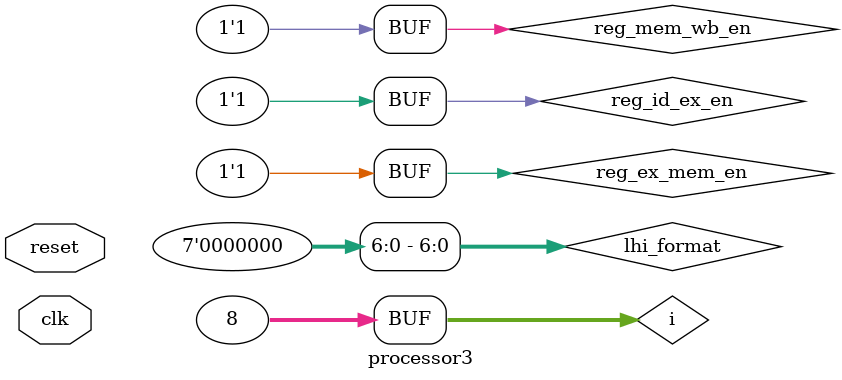
<source format=v>
module processor3 (
	input clk, reset
);

reg [15:0] pc_current = 16'd0;
reg pc_enable = 1'b1;

wire [15:0] IWR, pc_1, alu3_src2_value, alu3_out, sign_extended_6_id, sign_extended_9_id;
wire [15:0] T1, T2, alu1_out, sign_extended_6_ex, sign_extended_9_ex, T3, alu1_src2_4, T4;
wire [15:0] lhi_format;

reg [15:0] reg_addr1, pc_2, alu1_src2_value, pc_3, rfd3;

wire [2:0] temp_addr, alu_control_signal;
reg [2:0] rfa3;

wire t3_sel, branch, jump, load, sig_multiple, sig_all, mem_read, mem_write, reg_write;
wire [1:0] alu1_src, alu1_op, jump_type, reg_src1, reg_write_data_sel, reg_write_addr_sel;

reg carry_flag, zero_flag;

wire carry, zero, modify_reg_write, new_reg_write;


wire stall_condition_sp;
wire r_type_id, sw_id, br_id, sig_mult_or_all_id, adi_instr, store_multiple_id, store_all_id; 

wire [2:0] ra_id, ra_ex, ra_mem, ra_wb, rb_id, rb_ex, rb_mem, rb_wb, rc_ex, rc_mem, rc_wb;

wire r_type_ex, r_type_mem, r_type_wb;

wire condition1_t1_r1, condition1_t1_r2, condition1_t1_r;
wire condition2_t1_r1, condition2_t1_r2, condition2_t1_r;
wire condition3_t1_r1, condition3_t1_r2, condition3_t1_r;

wire condition1_t2_r1, condition1_t2_r2, condition1_t2_r3, condition1_t2_r;
wire condition2_t2_r1, condition2_t2_r2, condition2_t2_r3, condition2_t2_r;
wire condition3_t2_r1, condition3_t2_r2, condition3_t2_r3, condition3_t2_r;

wire [15:0] value_from_ex_to_id_r, value_from_mem_to_id_r, value_from_wb_to_id_r;

wire lw_lhi_ex, lw_lhi_mem, lw_lhi_wb;

wire stall_condition_t1_lw_lhi1, stall_condition_t1_lw_lhi2, stall_condition_t1_lw_lhi;
wire condition1_t1_lw_lhi1, condition1_t1_lw_lhi2, condition1_t1_lw_lhi;
wire condition2_t1_lw_lhi1, condition2_t1_lw_lhi2, condition2_t1_lw_lhi;

wire stall_condition_t2_lw_lhi1, stall_condition_t2_lw_lhi2, stall_condition_t2_lw_lhi3, stall_condition_t2_lw_lhi;
wire condition1_t2_lw_lhi1, condition1_t2_lw_lhi2, condition1_t2_lw_lhi3, condition1_t2_lw_lhi;
wire condition2_t2_lw_lhi1, condition2_t2_lw_lhi2, condition2_t2_lw_lhi3, condition2_t2_lw_lhi;

wire [15:0] value_from_mem_to_id_lw_lhi, value_from_wb_to_id_lw_lhi;

wire jal_jlr_ex, jal_jlr_mem, jal_jlr_wb;
wire condition1_t1_jal_jlr1, condition1_t1_jal_jlr2, condition1_t1_jal_jlr;
wire condition2_t1_jal_jlr1, condition2_t1_jal_jlr2, condition2_t1_jal_jlr;
wire condition3_t1_jal_jlr1, condition3_t1_jal_jlr2, condition3_t1_jal_jlr;
wire condition1_t2_jal_jlr1, condition1_t2_jal_jlr2, condition1_t2_jal_jlr3, condition1_t2_jal_jlr;
wire condition2_t2_jal_jlr1, condition2_t2_jal_jlr2, condition2_t2_jal_jlr3, condition2_t2_jal_jlr;
wire condition3_t2_jal_jlr1, condition3_t2_jal_jlr2, condition3_t2_jal_jlr3, condition3_t2_jal_jlr;
wire [15:0] value_from_ex_to_id_jal_jlr, value_from_mem_to_id_jal_jlr, value_from_wb_to_id_jal_jlr;

wire lm_ex, lm_mem;
wire condition1_t1_lm1, condition1_t1_lm2, condition1_t1_lm;
wire condition2_t1_lm1, condition2_t1_lm2,  condition2_t1_lm3, condition2_t1_lm4, condition2_t1_lm;
wire condition1_t2_lm1, condition1_t2_lm2, condition1_t2_lm3, condition1_t2_lm;
wire condition2_t2_lm1, condition2_t2_lm2, condition2_t2_lm3, condition2_t2_lm4, condition2_t2_lm5, condition2_t2_lm6, condition2_t2_lm;
wire [15:0] value_from_mem_to_id_lm, value_from_wb_to_id_lm;

wire la_ex, la_mem;
wire condition1_t1_la1, condition1_t1_la2, condition1_t1_la;
wire condition2_t1_la1, condition2_t1_la2, condition2_t1_la3, condition2_t1_la4, condition2_t1_la;
wire condition1_t2_la1, condition1_t2_la2, condition1_t2_la3, condition1_t2_la;
wire condition2_t2_la1, condition2_t2_la2, condition2_t2_la3, condition2_t2_la4, condition2_t2_la5, condition2_t2_la6, condition2_t2_la;

wire [15:0] value_from_mem_to_id_la, value_from_wb_to_id_la;

wire adi_ex, adi_mem, adi_wb;
wire condition1_t1_adi1, condition1_t1_adi2, condition1_t1_adi;
wire condition2_t1_adi1, condition2_t1_adi2, condition2_t1_adi;
wire condition3_t1_adi1, condition3_t1_adi2, condition3_t1_adi;
wire condition1_t2_adi1, condition1_t2_adi2, condition1_t2_adi3, condition1_t2_adi;
wire condition2_t2_adi1, condition2_t2_adi2, condition2_t2_adi3, condition2_t2_adi;
wire condition3_t2_adi1, condition3_t2_adi2, condition3_t2_adi3, condition3_t2_adi;
wire [15:0] value_from_ex_to_id_adi, value_from_mem_to_id_adi, value_from_wb_to_id_adi;


/////
wire store_all_ex, store_all_mem;
/////

////////////////////////
reg [2:0] reg_addr2, counter_store_multiple, counter_store_all, k_multiple, k_all;
reg counter_store_multiple_en, counter_store_all_en, k_multiple_en, k_all_en, reg_write_sp;
reg shift_reg_store_en, mem_write_sp, shift_reg_load_en, counter_load_multiple_en, counter_load_all_en;
reg [7:0] shift_reg_store, shift_reg_load;
reg [2:0] counter_load, counter_load_multiple, counter_load_all;
wire [15:0] alu1_src1_value;
wire alu1_extra_control_sig;

//////////////////////

reg flush_condition_ex;
wire flush_condition_id;

reg [15:0] T1_new, T2_new;

reg reg_if_id_en = 1'b1;
reg reg_id_ex_en = 1'b1;
reg reg_ex_mem_en = 1'b1;
reg reg_mem_wb_en = 1'b1;

reg [48:0] IF_ID_reg = 49'b0;
reg [115:0] ID_EX_reg = 116'b0;
reg [79:0] EX_MEM_reg = 80'b0;
reg [77:0] MEM_WB_reg = 78'b0;

reg [33:0] look_up_table_branch [0:7];
reg [2:0] look_up_table_branch_top;

reg [1:0] fsm_table [0:7];

reg flag1, flag2, flag3, match_sig;
//reg [2:0] i;
integer i;
integer i_var;
reg [15:0] bta;

initial
begin
	for(i=0; i<8; i=i+1)
		look_up_table_branch[i] = 0;
	
	look_up_table_branch_top = 0;
	
	fsm_table[0] = 2'b00;
	fsm_table[1] = 2'b01;
	fsm_table[2] = 2'b00;
	fsm_table[3] = 2'b11;
	fsm_table[4] = 2'b00;
	fsm_table[5] = 2'b11;
	fsm_table[6] = 2'b10;
	fsm_table[7] = 2'b11;
	
	pc_current = 0;
	IF_ID_reg = 0;
	ID_EX_reg = 0;
	EX_MEM_reg = 0;
	MEM_WB_reg = 0;
	carry_flag = 0;
	zero_flag = 0;
	
	counter_load_all = 0;
	counter_load_multiple = 0;
	counter_store_all = 0;
	counter_store_multiple = 0;
	k_multiple = 0;
	k_all = 0;
	
	counter_load_all_en = 1'b0;
	counter_load_multiple_en = 1'b0;
	counter_store_all_en = 1'b0;
	counter_store_multiple_en = 1'b0;
	k_multiple_en = 1'b0;
	k_all_en = 1'b0;
end

/////////////////// in instruction fetch (IF) state ////////////////

instruction_memory imem (
								.pc(pc_current),
								.instruction(IWR));

always @(*) begin
	flag3 = 0;
	for (i=0; i<8; i=i+1)
		if(flag3 != 1) begin
			if ((look_up_table_branch[i][33:18] == pc_current) && (look_up_table_branch[i][1] == 1'b1)) begin
				bta <= look_up_table_branch[i][17:2];
				match_sig <= 1'b1;
				flag3 = 1;
			end
			else begin
				bta <= 16'd0;
				match_sig <= 1'b0;
			end
		end
end
			
			
								
alu_adder alu2 (.a(pc_current),
						.b(16'd1),
						.alu_result(pc_1));

/////////////////// end of if ////////////////////////

//always @(posedge clk)
//	begin
//		if (reg_if_id_en)
//			begin
//				IF_ID_reg[47:32] <= pc_current;
//				IF_ID_reg[31:16] <= pc_1;
//				IF_ID_reg[15:0] <= IWR;
//			end
//		//pc_current <= pc_1;
//	end

always @(posedge clk)
	begin
		if (reg_if_id_en)
			begin
				if (flush_condition_id | flush_condition_ex)
					IF_ID_reg <= 0;
				else begin
					IF_ID_reg[48] <= match_sig;
					IF_ID_reg[47:32] <= pc_current;
					IF_ID_reg[31:16] <= pc_1;
					IF_ID_reg[15:0] <= IWR;
				end
			end
		//pc_current <= pc_1;
	end

/////////////////// in instruction decode and register read (ID-OF) state //////////////

control_unit cu (
					.reset( reset ),
					.opcode( IF_ID_reg[15:12] ),
					.alu1_src( alu1_src ),
					.alu1_op( alu1_op ),
					.t3_sel( t3_sel ),
					.load( load ),
					.sig_multiple( sig_multiple ),
					.sig_all( sig_all ),
					.branch( branch ),
					.jump( jump ),
					.jump_type( jump_type ),
					.reg_src1( reg_src1 ),
					.mem_read( mem_read ),
					.mem_write( mem_write ),
					.reg_write( reg_write ),
					.reg_write_data_sel( reg_write_data_sel ),
					.reg_write_addr_sel( reg_write_addr_sel )
					);
				
					
alu_adder alu3 (
					.a( IF_ID_reg[47:32] ),		//pc_current
					.b( alu3_src2_value ),		//alu3_src2
					.alu_result( alu3_out )		//alu3_out
					);

// se6 of IWR(5:0)					
assign sign_extended_6_id = {{10{IF_ID_reg[5]}}, IF_ID_reg[5:0]};

// se9 of IWR(8:0)
assign sign_extended_9_id = {{7{IF_ID_reg[8]}}, IF_ID_reg[8:0]};

// control signal is jump_type ans branch
assign alu3_src2_value = (~branch & jump) ? sign_extended_9_id : sign_extended_6_id;

//register_file reg_file (
//								.clk( clk ),
//								.rst( reset ),
//								.reg_write_en( reg_write_sp ),
//								.reg_read_addr_1( reg_addr1 ),		//rf_a1
//								.reg_read_data_1( T1 ),		//rf_d1
//								.reg_read_addr_2( IF_ID_reg[8:6] ),		//rf_a2 = IWR(8:6)
//								.reg_read_data_2( T2 ),		//rf_d2
//								.reg_write_dest( rfa3 ),		//rf_a3
//								.reg_write_data( rfd3 )			//rf_d3
//								);
register_file reg_file (
								.clk( clk ),
								.rst( reset ),
								.reg_write_en( reg_write_sp ),
								.reg_read_addr_1( reg_addr1 ),		//rf_a1
								.reg_read_data_1( T1 ),		//rf_d1
								.reg_read_addr_2( reg_addr2 ),		//rf_a2 = IWR(8:6)
								.reg_read_data_2( T2 ),		//rf_d2
								.reg_write_dest( rfa3 ),		//rf_a3
								.reg_write_data( rfd3 )			//rf_d3
								);


//always @(posedge clk)
//	if (counter_store_multiple == 7)
//		counter_store_multiple_en <= 1'b0;
//	else if (sig_multiple)
//		counter_store_multiple_en <= 1'b1;
always @(posedge clk)
	if ((counter_store_multiple == 7) | (k_multiple == 7))
		counter_store_multiple_en <= 1'b0;
	else if (sig_multiple & (~load))
		counter_store_multiple_en <= 1'b1;
	

//always @(posedge clk)
//	if (counter_store_multiple_en)
//		counter_store_multiple <= counter_store_multiple + 1;

//always @(posedge clk)
//	if (counter_store_multiple_en | (~load & sig_multiple))
//		counter_store_multiple <= counter_store_multiple + 1;
always @(posedge clk)
	if ((counter_store_multiple_en | (~load & sig_multiple)) & (|(k_multiple ^ 3'b111)))
		counter_store_multiple <= counter_store_multiple + 1;


//always @(posedge clk)
//	if (counter_store_all == 6)
//		counter_store_all_en <= 1'b0;
//	else if (sig_all)
//		counter_store_all_en <= 1'b1;
always @(posedge clk)
	if ((counter_store_all == 6) | (k_all == 6))
		counter_store_all_en <= 1'b0;
	else if (sig_all & (~load))
		counter_store_all_en <= 1'b1;
	

//always @(posedge clk)
//	if (counter_store_all_en) begin
//		counter_store_all <= counter_store_all + 1;
//		if (counter_store_all == 6)
//			counter_store_all <= 0;
//	end
//always @(posedge clk)
//	if (counter_store_all_en | (~load & sig_all)) begin
//		counter_store_all <= counter_store_all + 1;
//		if (counter_store_all == 6)
//			counter_store_all <= 0;
//	end
always @(posedge clk)
	if ((counter_store_all_en | (~load & sig_all)) & (|(k_all ^ 3'b110))) begin
		counter_store_all <= counter_store_all + 1;
		if (counter_store_all == 6)
			counter_store_all <= 0;
	end

always @(*)
	if (~load & sig_multiple)
		reg_addr2 <= counter_store_multiple;
	else if (~load & sig_all)
		reg_addr2 <= counter_store_all;
	else
		reg_addr2 <= IF_ID_reg[8:6];

always @(*)
	case (reg_src1)
		2'b00: reg_addr1 <= IF_ID_reg[11:9];
		2'b01: reg_addr1 <= IF_ID_reg[8:6];
		default: reg_addr1 <= IF_ID_reg[11:9];
	endcase

always @(*)
	if ((branch == 1'b1) || (jump_type == 2'b01))
		pc_2 <= alu3_out;
	else if (jump_type == 2'b10)
		pc_2 <= T1;
	else
		pc_2 <= 16'bz;

////
		
always @(posedge clk)
	if (k_multiple == 7)
		k_multiple_en <= 1'b0;
	else if (sig_multiple)
		k_multiple_en <= 1'b1;
	

always @(posedge clk)
	if (k_multiple_en)
		k_multiple <= k_multiple + 1;

always @(posedge clk)
	if (k_all == 6)
		k_all_en <= 1'b0;
	else if (sig_all)
		k_all_en <= 1'b1;

//always @(posedge clk)
//	if ((k_all == 6) | (counter_load_all == 6))
//		k_all_en <= 1'b0;
//	else if (sig_all)
//		k_all_en <= 1'b1;
//	
		
always @(posedge clk)
	if (k_all_en) begin
		k_all <= k_all + 1;
		if (k_all == 6)
			k_all <= 0;
	end
		
////		

//////// Correction of Violation //////////////////

assign stall_condition_sp = (((sig_multiple == 1'b1) && (k_multiple < 7)) || ((sig_all == 1'b1) && (k_all < 6))) ? 1'b1 : 1'b0;
//assign stall_condition_sp = (((sig_multiple == 1'b1) && (k_multiple < 6)) || ((sig_all == 1'b1) && (k_all < 5))) ? 1'b1 : 1'b0;

//always @(*)
//	if (stall_condition_ra_rl | stall_condition_rb_rl | stall_condition_sp) begin
//		pc_enable <= 1'b0;
//		reg_if_id_en <= 1'b0;
//	end
//	else begin
//		pc_enable <= 1'b1;
//		reg_if_id_en <= 1'b1;
//	end

always @(*)
	if (stall_condition_t1_lw_lhi | stall_condition_t2_lw_lhi | stall_condition_sp) begin
		pc_enable <= 1'b0;
		reg_if_id_en <= 1'b0;
	end
	else begin
		pc_enable <= 1'b1;
		reg_if_id_en <= 1'b1;
	end
	

always @(*)
	if (condition1_t1_lw_lhi)
		T1_new <= value_from_mem_to_id_lw_lhi;
	else if (condition2_t1_lw_lhi)
		T1_new <= value_from_wb_to_id_lw_lhi;
	else if (condition1_t1_lm)
		T1_new <= value_from_mem_to_id_lm;
	else if (condition2_t1_lm)
		T1_new <= value_from_wb_to_id_lm;
	else if (condition1_t1_la)
		T1_new <= value_from_mem_to_id_la;
	else if (condition2_t1_la)
		T1_new <= value_from_wb_to_id_la;
	else if (condition1_t1_r)
		T1_new <= value_from_ex_to_id_r;
	else if (condition2_t1_r)
		T1_new <= value_from_mem_to_id_r;
	else if (condition3_t1_r)
		T1_new <= value_from_wb_to_id_r;
	else if (condition1_t1_adi)
		T1_new <= value_from_ex_to_id_adi;
	else if (condition2_t1_adi)
		T1_new <= value_from_mem_to_id_adi;
	else if (condition3_t1_adi)
		T1_new <= value_from_wb_to_id_adi;
	else if (condition1_t1_jal_jlr)
		T1_new <= value_from_ex_to_id_jal_jlr;
	else if (condition2_t1_jal_jlr)
		T1_new <= value_from_mem_to_id_jal_jlr;
	else if (condition3_t1_jal_jlr)
		T1_new <= value_from_wb_to_id_jal_jlr;
	else
		T1_new <= T1;

always @(*)
	if (condition1_t2_lw_lhi)
		T2_new <= value_from_mem_to_id_lw_lhi;
	else if (condition2_t2_lw_lhi)
		T2_new <= value_from_wb_to_id_lw_lhi;
	else if (condition1_t2_lm)
		T2_new <= value_from_mem_to_id_lm;
	else if (condition2_t2_lm)
		T2_new <= value_from_wb_to_id_lm;
	else if (condition1_t2_la)
		T2_new <= value_from_mem_to_id_la;
	else if (condition2_t2_la)
		T2_new <= value_from_wb_to_id_la;
	else if (condition1_t2_r)
		T2_new <= value_from_ex_to_id_r;
	else if (condition2_t2_r)
		T2_new <= value_from_mem_to_id_r;
	else if (condition3_t2_r)
		T2_new <= value_from_wb_to_id_r;
	else if (condition1_t2_adi)
		T2_new <= value_from_ex_to_id_adi;
	else if (condition2_t2_adi)
		T2_new <= value_from_mem_to_id_adi;
	else if (condition3_t2_adi)
		T2_new <= value_from_wb_to_id_adi;
	else if (condition1_t2_jal_jlr)
		T2_new <= value_from_ex_to_id_jal_jlr;
	else if (condition2_t2_jal_jlr)
		T2_new <= value_from_mem_to_id_jal_jlr;
	else if (condition3_t2_jal_jlr)
		T2_new <= value_from_wb_to_id_jal_jlr;
	else
		T2_new <= T2;


///////////////////////////////////////////////////////////

// flush condition

//assign flush_condition_id = (jump & (jump_type[0] ^ jump_type[1]));

assign flush_condition_id = ((jump & (jump_type[0] ^ jump_type[1])) && (~IF_ID_reg[48])) ? 1'b1 : 1'b0;

//////////////////

/////////////////// end of id-of ///////////////////////////////////
	
//always @(posedge clk)
//	if (reg_id_ex_en)
//		begin
//			ID_EX_reg[98:83] <= T1;	//T1
//			ID_EX_reg[82:67] <= T2;	//T2
//			ID_EX_reg[66:51] <= pc_2;	//pc_2
//			ID_EX_reg[50:35] <= IF_ID_reg[31:16];	//pc_1
//			ID_EX_reg[34:19] <= IF_ID_reg[15:0];	//IWR
//			
//			ID_EX_reg[18:17] <= alu1_src;
//			ID_EX_reg[16:15] <= alu1_op;
//			ID_EX_reg[14] <= t3_sel;
//			ID_EX_reg[13] <= load;
//			ID_EX_reg[12] <= branch;
//			ID_EX_reg[11] <= jump;
//			ID_EX_reg[10:9] <= jump_type;
//													//removing reg_src1;
//			ID_EX_reg[8] <= mem_read;
//			ID_EX_reg[7] <= mem_write;
//			ID_EX_reg[6] <= mem_write_sig;
//			ID_EX_reg[5] <= reg_write;
//			ID_EX_reg[4] <= reg_write_sig;
//			ID_EX_reg[3:2] <= reg_write_data_sel;
//			ID_EX_reg[1:0] <= reg_write_addr_sel;
//		end

//always @(posedge clk)
//	if (reg_id_ex_en)
//		begin
//			ID_EX_reg[100:85] <= T1_new;	//T1
//			ID_EX_reg[84:69] <= T2_new;	//T2
//			ID_EX_reg[68:53] <= pc_2;	//pc_2
//			ID_EX_reg[52:37] <= IF_ID_reg[31:16];	//pc_1
//			
//			if (~(sig_multiple ^ sig_all) & (stall_condition_ra_rl | stall_condition_rb_rl))
//				ID_EX_reg[36:0] <= 37'd0;
//			else
//			begin
//				ID_EX_reg[36:21] <= IF_ID_reg[15:0];	//IWR
//				
//				ID_EX_reg[20:19] <= alu1_src;
//				ID_EX_reg[18:17] <= alu1_op;
//				ID_EX_reg[16] <= t3_sel;
//				ID_EX_reg[15] <= load;
//				ID_EX_reg[14] <= sig_multiple;
//				ID_EX_reg[13] <= sig_all;
//				ID_EX_reg[12] <= branch;
//				ID_EX_reg[11] <= jump;
//				ID_EX_reg[10:9] <= jump_type;
//														//removing reg_src1;
//				ID_EX_reg[8] <= mem_read;
//				ID_EX_reg[7] <= mem_write;
//				ID_EX_reg[6] <= mem_write_sig;
//				ID_EX_reg[5] <= reg_write;
//				ID_EX_reg[4] <= reg_write_sig;
//				ID_EX_reg[3:2] <= reg_write_data_sel;
//				ID_EX_reg[1:0] <= reg_write_addr_sel;
//			end
//		end

always @(posedge clk)
	if (reg_id_ex_en)
		begin
			if (flush_condition_ex)
				ID_EX_reg <= 0;
			else begin
				ID_EX_reg[115] <= IF_ID_reg[48];	//match_sig
				ID_EX_reg[114:99] <= IF_ID_reg[47:32];	//pc_current
				
				ID_EX_reg[98:83] <= T1_new;	//T1
				ID_EX_reg[82:67] <= T2_new;	//T2
				ID_EX_reg[66:51] <= pc_2;	//pc_2
				ID_EX_reg[50:35] <= IF_ID_reg[31:16];	//pc_1
				
//				if (~(sig_multiple ^ sig_all) & (stall_condition_ra_rl | stall_condition_rb_rl))
//					ID_EX_reg[34:0] <= 35'd0;
//				else
				if (~(sig_multiple ^ sig_all) & (stall_condition_t1_lw_lhi | stall_condition_t2_lw_lhi)) begin
					ID_EX_reg[34:0] <= 35'd0;
					
					ID_EX_reg[115:35] <= 0;
				end
				else
				begin
					ID_EX_reg[34:19] <= IF_ID_reg[15:0];	//IWR
					
					ID_EX_reg[18:17] <= alu1_src;
					ID_EX_reg[16:15] <= alu1_op;
					ID_EX_reg[14] <= t3_sel;
					ID_EX_reg[13] <= load;
					ID_EX_reg[12] <= sig_multiple;
					ID_EX_reg[11] <= sig_all;
					ID_EX_reg[10] <= branch;
					ID_EX_reg[9] <= jump;
					ID_EX_reg[8:7] <= jump_type;
															//removing reg_src1;
					ID_EX_reg[6] <= mem_read;
					ID_EX_reg[5] <= mem_write;
					ID_EX_reg[4] <= reg_write;
					ID_EX_reg[3:2] <= reg_write_data_sel;
					ID_EX_reg[1:0] <= reg_write_addr_sel;
				end
			end
		end

/////////////////// in execution state (EX) state ////////////////

alu_control alu_control_dut (
										.aluop( ID_EX_reg[16:15] ),
										.condition_cz( ID_EX_reg[20:19] ),
										.alu_control( alu_control_signal )
										);
										
//alu1 alu1_dut (
//					.a( ID_EX_reg[100:85] ),
//					.b( alu1_src2_value ),
//					.carry_flag( carry_flag ),
//					.zero_flag( zero_flag ),
//					.alu_control( alu_control_signal ),
//					.alu_result( alu1_out ),
//					.zero( zero ),
//					.carry( carry ),
//					.modify_reg_write( modify_reg_write )
//					);
alu1 alu1_dut (
					.a( alu1_src1_value ),
					.b( alu1_src2_value ),
					.carry_flag( carry_flag ),
					.zero_flag( zero_flag ),
					.alu_control( alu_control_signal ),
					.alu_result( alu1_out ),
					.zero( zero ),
					.carry( carry ),
					.modify_reg_write( modify_reg_write )
					);

					
//T3 sel
assign T3 = (ID_EX_reg[14]) ? lhi_format : alu1_out;

assign lhi_format = {ID_EX_reg[27:19], 7'b0};

//SE6 of IWR(5:0)					
assign sign_extended_6_ex = {{10{ID_EX_reg[24]}}, ID_EX_reg[24:19]};

//SE6 of IWR(8:0)
assign sign_extended_9_ex = {{7{ID_EX_reg[27]}}, ID_EX_reg[27:19]};

always @(*)
	case (ID_EX_reg[18:17])	//alu1_src
		2'b00: alu1_src2_value <= ID_EX_reg[82:67];	//T2
		2'b01: alu1_src2_value <= sign_extended_6_ex;	//se IWR(5:0)
		2'b10: alu1_src2_value <= sign_extended_9_ex;	//se IWR(8:0)
		2'b11: alu1_src2_value <= alu1_src2_4;		//temp
	endcase

//
assign alu1_src2_4 = (alu1_extra_control_sig) ? 16'd1 : 16'd0;
assign alu1_src1_value = (alu1_extra_control_sig) ? EX_MEM_reg[63:48] : ID_EX_reg[98:83];// ? T3 : T1

///////////////// alert change this according to pipeline reg/////
assign alu1_extra_control_sig = (((sig_multiple ^ sig_all) == 1'b1) && ((k_multiple_en==1'b1 && k_multiple > 0) || (k_all_en==1'b1 && k_all > 0)));
	
//modify_reg_write
assign new_reg_write = (modify_reg_write) ? 1'b0 : ID_EX_reg[4];	//reg_write

// pc_3
always @(*)
	if (ID_EX_reg[10])	//branch
		if (zero)
			pc_3 <= ID_EX_reg[66:51];	// taken (to pc_2)
		else
			pc_3 <= ID_EX_reg[50:35];	//not taken (go to pc_1)
	else if ((ID_EX_reg[9] == 1'b1) && (ID_EX_reg[8:7] == 2'b00))	//jump, jump_type
		pc_3 <= T3;	//T3
	else
		pc_3 <= ID_EX_reg[50:35];	//pc_1
		
///////////////
// flush condition

//assign flush_condition_ex = ((ID_EX_reg[10] & zero) | (ID_EX_reg[9] & ~(| ID_EX_reg[8:7])));

always @(*)
	if (ID_EX_reg[115])		//match_sig in EX
		if (((ID_EX_reg[10] & zero) | (ID_EX_reg[9] & ~(| ID_EX_reg[8:7]))))
			flush_condition_ex <= 1'b0;
		else
			flush_condition_ex <= 1'b1;
	else
		if (((ID_EX_reg[10] & zero) | (ID_EX_reg[9] & ~(| ID_EX_reg[8:7]))))
			flush_condition_ex <= 1'b1;
		else
			flush_condition_ex <= 1'b0;

///////// pc_updation ///////////////

//always @(posedge clk)
//	if(pc_enable)
//		if(jump & (jump_type[0] ^ jump_type[1]))	// jump and jumptype jal, jlr
//			pc_current <= pc_2;
//		else if(ID_EX_reg[12] | (ID_EX_reg[11] & ~(ID_EX_reg[10] | ID_EX_reg[9])))
//			pc_current <= pc_3;
//		else
//			pc_current <= pc_1;

//always @(posedge clk)
//	if(pc_enable)
//		if(jump & (jump_type[0] ^ jump_type[1]))	// jump and jumptype jal, jlr
//			pc_current <= pc_2;
//		else if((ID_EX_reg[10] & zero) | (ID_EX_reg[9] & ~(ID_EX_reg[8] | ID_EX_reg[7])))
//			pc_current <= pc_3;
//		else
//			pc_current <= pc_1;

//always @(posedge clk)
//	if(pc_enable)
//		if(match_sig)
//			pc_current <= bta;
//		else if(jump & (jump_type[0] ^ jump_type[1]))	// jump and jumptype jal, jlr
//			pc_current <= pc_2;
//		else if((ID_EX_reg[10] & zero) | (ID_EX_reg[9] & ~(ID_EX_reg[8] | ID_EX_reg[7])))
//			pc_current <= pc_3;
//		else
//			pc_current <= pc_1;

always @(posedge clk)
	if(pc_enable)
		if(match_sig)
			pc_current <= bta;
		else if(~IF_ID_reg[48] & (jump & (jump_type[0] ^ jump_type[1])))	// jump and jumptype jal, jlr
			pc_current <= pc_2;
//		else if(ID_EX_reg[115] ^ ((ID_EX_reg[10] & zero) | (ID_EX_reg[9] & ~(ID_EX_reg[8] | ID_EX_reg[7]))))
//			pc_current <= pc_3;
		else if ((ID_EX_reg[10] & (ID_EX_reg[115] ^ zero)) | (~ID_EX_reg[115] & (ID_EX_reg[9] & ~(ID_EX_reg[8] | ID_EX_reg[7]))))		// (branch & (taken ^ match_sig)) | (~match_sig & jump condition)
			pc_current <= pc_3;
		else
			pc_current <= pc_1;
		
		
///////////look_up_table updation //////////////////

always @(posedge clk) begin
	if (jump & (jump_type[0] ^ jump_type[1])) begin		// jump and jumptype jal, jlr
		flag1 = 0;
		for(i=0; i<8; i=i+1)
			if(look_up_table_branch[i][33:18] == IF_ID_reg[47:32])	// match with pc of instr
				flag1 = 1;
		if (flag1 == 0) begin
			look_up_table_branch[look_up_table_branch_top] <= {IF_ID_reg[47:32], pc_2, 2'b11};	//pc, bta, hb
			look_up_table_branch_top <= look_up_table_branch_top + 1;
		end
	end
	else if ((ID_EX_reg[10]) | (ID_EX_reg[9] & ~(ID_EX_reg[8] | ID_EX_reg[7]))) begin
		flag2 = 0;
		for(i=0; i<8; i=i+1)
			if(look_up_table_branch[i][33:18] == ID_EX_reg[114:99]) begin	// match with pc of instr
				flag2 = 1;
				i_var = i;
				$display("time = %0t, i = %d",$time, i);
			end
		if (flag2 == 0) begin
			//look_up_table_branch[look_up_table_branch_top] <= {ID_EX_reg[114:99], ID_EX_reg[66:51], ((ID_EX_reg[10] & zero) | (ID_EX_reg[9] & ~(ID_EX_reg[8] | ID_EX_reg[7]))), ~((ID_EX_reg[10] & zero) | (ID_EX_reg[9] & ~(ID_EX_reg[8] | ID_EX_reg[7])))};	//pc, bta, hb
			look_up_table_branch_top <= look_up_table_branch_top + 1;
			if (ID_EX_reg[10])
				look_up_table_branch[look_up_table_branch_top] <= {ID_EX_reg[114:99], ID_EX_reg[66:51], (ID_EX_reg[10] & zero), ~(ID_EX_reg[10] & zero)};	//pc, bta, hb
			else
				look_up_table_branch[look_up_table_branch_top] <= {ID_EX_reg[114:99], T3, 2'b11};	//pc, bta, hb
		end
		else begin
//			if (ID_EX_reg[10] & zero) begin	//branch and zero i.e. taken
//				if (look_up_table_branch[i][1:0] == )
//			end
//			else begin	// not taken
//				//
//			end
			
			look_up_table_branch[i_var][1:0] <= fsm_table[{look_up_table_branch[i_var][1:0], ((ID_EX_reg[10] & zero) | (ID_EX_reg[9] & ~(ID_EX_reg[8] | ID_EX_reg[7])))}];
		end
	end
end

/////////////////// end of ex ////////////////////////////////////

always @(posedge clk)
	if (reg_ex_mem_en)
		begin
			carry_flag <= carry;
			
			EX_MEM_reg[79:64] <= ID_EX_reg[82:67];	//T2
			EX_MEM_reg[63:48] <= T3;	//T3
			EX_MEM_reg[47:32] <= ID_EX_reg[50:35];	//pc_1
			EX_MEM_reg[31:16] <= ID_EX_reg[34:19];	//IWR
			
			//control signals
															// removing alu1_src;
			EX_MEM_reg[15:14] <= ID_EX_reg[16:15];			// alu1_op;
															//removing t3_sel;
			EX_MEM_reg[13] <= ID_EX_reg[13];		//load;
			EX_MEM_reg[12] <= ID_EX_reg[12];			//sig_multiple
			EX_MEM_reg[11] <= ID_EX_reg[11];			//sig_all
			EX_MEM_reg[10] <= ID_EX_reg[10];				// branch;
			EX_MEM_reg[9] <= ID_EX_reg[9];				// jump;
			EX_MEM_reg[8:7] <= ID_EX_reg[8:7];				// jump_type;
													//removing reg_src1;
			EX_MEM_reg[6] <= ID_EX_reg[6];		//mem_read;
			EX_MEM_reg[5] <= ID_EX_reg[5];		//mem_write;
			EX_MEM_reg[4] <= new_reg_write;		//reg_write;
			EX_MEM_reg[3:2] <= ID_EX_reg[3:2];	//reg_write_data_sel;
			EX_MEM_reg[1:0] <= ID_EX_reg[1:0];	//reg_write_addr_sel;
		end

//always @(posedge clk)
//	if (reg_ex_mem_en)
//		begin
//			if (flush_condition_ex)
//				EX_MEM_reg <= 0;
//			else begin
//				carry_flag <= carry;
//				
//				EX_MEM_reg[75:60] <= ID_EX_reg[84:69];	//T2
//				EX_MEM_reg[59:44] <= T3;	//T3
//				EX_MEM_reg[43:28] <= ID_EX_reg[52:37];	//pc_1
//				EX_MEM_reg[27:12] <= ID_EX_reg[36:21];	//IWR
//				
//				//control signals
//																// removing alu1_src;
//																// removing alu1_op;
//																//removing t3_sel;
//				EX_MEM_reg[11] <= ID_EX_reg[15];		//load;
//				EX_MEM_reg[10] <= ID_EX_reg[14];			//sig_multiple
//				EX_MEM_reg[9] <= ID_EX_reg[13];			//sig_all
//															//removing branch;
//															//removing jump;
//															// removing jump_type;
//														//removing reg_src1;
//				EX_MEM_reg[8] <= ID_EX_reg[8];		//mem_read;
//				EX_MEM_reg[7] <= ID_EX_reg[7];		//mem_write;
//				EX_MEM_reg[6] <= ID_EX_reg[6];		//mem_write_sig;
//				EX_MEM_reg[5] <= new_reg_write;		//reg_write;
//				EX_MEM_reg[4] <= ID_EX_reg[4];		//reg_write_sig;
//				EX_MEM_reg[3:2] <= ID_EX_reg[3:2];	//reg_write_data_sel;
//				EX_MEM_reg[1:0] <= ID_EX_reg[1:0];	//reg_write_addr_sel;
//			end
//		end
	
always @(posedge clk)
	if (ID_EX_reg[12])	//sig_multiple
		shift_reg_store_en <= 1'b1;
	else
		shift_reg_store_en <= 1'b0;

always @(posedge clk)
	if (shift_reg_store_en)
		shift_reg_store <= shift_reg_store << 1;
	else if (ID_EX_reg[12])		//sig_multiple
		shift_reg_store <= ID_EX_reg[26:19];		//IWR(7:0)

/////////////////// in Memory Access (MEM) state /////////////////

//always @(*)
//	if (EX_MEM_reg[10] & (~EX_MEM_reg[11]))		//sig_multiple and not load
//		mem_write_sp <= shift_reg_store[7];
//	else if (EX_MEM_reg[9] & (~EX_MEM_reg[11]))		//sig_all and not load
//		mem_write_sp <= 1'b1;
//	else
//		mem_write_sp <= EX_MEM_reg[7];

//always @(*)
//	if (EX_MEM_reg[10] & (~EX_MEM_reg[11]))		//sig_multiple and not load
//		mem_write_sp <= shift_reg_store[7];
//	else if ((EX_MEM_reg[9] & (~EX_MEM_reg[11])) & (ID_EX_reg[13] & (~ID_EX_reg[15])))		//sig_all and not load from ID/EX
//		mem_write_sp <= 1'b1;
//	else
//		mem_write_sp <= EX_MEM_reg[7];

always @(*)
	if (EX_MEM_reg[12] & (~EX_MEM_reg[13]))		//sig_multiple and not load
		mem_write_sp <= shift_reg_store[7];
	else if (store_all_ex & store_all_mem)		//sig_all and not load from ID/EX
		mem_write_sp <= 1'b1;
	else
		mem_write_sp <= EX_MEM_reg[5];	//mem_write

data_memory data_memory_dut (
										.clk(clk),
										.mem_access_addr( EX_MEM_reg[63:48] ),	//T3
										.mem_write_data( EX_MEM_reg[79:64] ),			//T2
										.mem_write_en( mem_write_sp ),
										.mem_read( EX_MEM_reg[6] ),
										.mem_read_data( T4 )			//T4
										);

/// updation of zero_flag

always @(posedge clk)
	if (EX_MEM_reg[13])		//load
		zero_flag <= (T4 == 16'd0) ? 1'b1 : 1'b0;
	else
		zero_flag <= zero;
										
/////////////////// end of mem /////////////////////////////////

always @(posedge clk)
	if (reg_mem_wb_en)
		begin
			MEM_WB_reg[77:62] <= EX_MEM_reg[63:48];		//T3
			MEM_WB_reg[61:46] <= T4;		//T4
			MEM_WB_reg[45:30] <= EX_MEM_reg[47:32];		//pc_1
			MEM_WB_reg[29:14] <= EX_MEM_reg[31:16];		//IWR
		
			//control signals
															// removing alu1_src;
			MEM_WB_reg[13:12] <= EX_MEM_reg[15:14];			// alu1_op;
															//removing t3_sel;
			MEM_WB_reg[11] <= EX_MEM_reg[13];		//load;
			MEM_WB_reg[10] <= EX_MEM_reg[12];			// sig_multiple
			MEM_WB_reg[9] <= EX_MEM_reg[11];			// sig_all
			MEM_WB_reg[8] <= EX_MEM_reg[10];				// branch;
			MEM_WB_reg[7] <= EX_MEM_reg[9];				// jump;
			MEM_WB_reg[6:5] <= EX_MEM_reg[8:7];				// jump_type;
													//removing reg_src1;
													// removing mem_read;
													// removing mem_write;
			MEM_WB_reg[4] <= EX_MEM_reg[4];		//reg_write;
			MEM_WB_reg[3:2] <= EX_MEM_reg[3:2];		//reg_write_data_sel;
			MEM_WB_reg[1:0] <= EX_MEM_reg[1:0];		//reg_write_addr_sel;
		end

always @(posedge clk)
	if (EX_MEM_reg[12])	//sig_multiple
		shift_reg_load_en <= 1'b1;
		//shift_reg_load <= EX_MEM_reg[17:10];	//IWR(7:0)
	else
		shift_reg_load_en <= 1'b0;

always @(posedge clk)
	if (shift_reg_load_en)
		shift_reg_load <= shift_reg_load << 1;
	else if (EX_MEM_reg[12])	//sig_multiple
		shift_reg_load <= EX_MEM_reg[23:16];	//IWR(7:0)
		
always @(posedge clk)
	if (counter_load_multiple == 7)
		counter_load_multiple_en <= 1'b0;
	else if (EX_MEM_reg[13] & (EX_MEM_reg[12]))	//load and sig_multiple
		counter_load_multiple_en <= 1'b1;


always @(posedge clk)
	if (counter_load_multiple_en)
		counter_load_multiple <= counter_load_multiple + 1;

always @(posedge clk)
	if (counter_load_all == 6)
		counter_load_all_en <= 1'b0;
	else if (EX_MEM_reg[13] & EX_MEM_reg[11])	//load and sig_all
		counter_load_all_en <= 1'b1;
	

always @(posedge clk)
	if (counter_load_all_en) begin
		counter_load_all <= counter_load_all + 1;
		if (counter_load_all == 6)
			counter_load_all <= 0;
	end

/////////////////// in writeback (WB) state ///////////////////////

//always @(*)
//	if (MEM_WB_reg[7] & MEM_WB_reg[8])		//sig_multiple
//		reg_write_sp <= shift_reg_load[7];
//	else if (MEM_WB_reg[6] & MEM_WB_reg[8])		//sig_all
//		reg_write_sp <= 1'b1;
//	else
//		reg_write_sp <= MEM_WB_reg[5];

always @(*)
	if (MEM_WB_reg[11] & MEM_WB_reg[10])		//load and sig_multiple
		reg_write_sp <= shift_reg_load[7];
	else if ((MEM_WB_reg[11] & MEM_WB_reg[9]) & (EX_MEM_reg[13] & EX_MEM_reg[11]))		//load and sig_all
		reg_write_sp <= 1'b1;
	else
		reg_write_sp <= MEM_WB_reg[4];	//reg_write

always @(*)
	if (MEM_WB_reg[11] & MEM_WB_reg[10])	//load and sig_multiple
		counter_load <= counter_load_multiple;
	else if (MEM_WB_reg[11] & MEM_WB_reg[9])			//load and sig_all
		counter_load <= counter_load_all;
	else
		counter_load <= 0;

always @(*)
	case (MEM_WB_reg[3:2])	//reg_write_data_sel
		2'b00: rfd3 <= MEM_WB_reg[77:62];	//T3
		2'b01: rfd3 <= MEM_WB_reg[61:46];	//T4
		2'b10: rfd3 <= MEM_WB_reg[45:30];	//pc_1
		2'b11: rfd3 <= MEM_WB_reg[61:46];	//tmp = T4
	endcase
	
always @(*)
	case (MEM_WB_reg[1:0])	//reg_write_addr_sel
		2'b00: rfa3 <= MEM_WB_reg[22:20];	//IWR(8:6)
		2'b01: rfa3 <= MEM_WB_reg[25:23];	//IWR(11:9)
		2'b10: rfa3 <= MEM_WB_reg[19:17];	//IWR(5:3)
		2'b11: rfa3 <= counter_load;	//tmp
	endcase

/////////////////// end of wb ////////////////////////////////////

////////////////// Detection ////////////////////////////////

//assign r_type_id = ~alu1_op[1];
assign r_type_id = (~alu1_op[1]) & reg_write;	//alu1_op msb and reg_write
assign sw_id = mem_write;
assign br_id = branch;
assign sig_mult_or_all_id = sig_multiple ^ sig_all;
assign adi_instr = (reg_write & (~load) & (~jump));
//assign load_sig_id = load;
assign store_multiple_id = (~load) & sig_multiple;
assign store_all_id = (~load) & sig_all;

assign store_all_ex = (~ID_EX_reg[13]) & ID_EX_reg[11];
assign store_all_mem = (~EX_MEM_reg[13]) & EX_MEM_reg[11];
//assign store_all_wb = (~MEM_WB_reg[11]) & MEM_WB_reg[9];

assign ra_id = IF_ID_reg[11:9]; //IWR(11:9)
assign ra_ex = ID_EX_reg[30:28];	//IWR(11:9)
assign ra_mem = EX_MEM_reg[27:25];	//IWR(11:9)
assign ra_wb = MEM_WB_reg[25:23];	//IWR(11:9)
assign rb_id = IF_ID_reg[8:6];	//IWR(8:6)
assign rb_ex = ID_EX_reg[27:25];	//IWR(8:6)
assign rb_mem = EX_MEM_reg[24:22];		//IWR(8:6)
assign rb_wb = MEM_WB_reg[22:20];		//IWR(8:6)
assign rc_ex = ID_EX_reg[24:22];	//IWR(5:3)
assign rc_mem = EX_MEM_reg[21:19];	//IWR(5:3)
assign rc_wb = MEM_WB_reg[19:17];	//IWR(5:3)

//////////// first instr is Rtype //////////////////////

//assign r_type_ex = ~ID_EX_reg[16];
//assign r_type_mem = ~EX_MEM_reg[15];
//assign r_type_wb = ~MEM_WB_reg[13];

assign r_type_ex = (~ID_EX_reg[16]) & ID_EX_reg[4];	//(not of msb of alu1_op) & reg_write;
assign r_type_mem = (~EX_MEM_reg[15]) & EX_MEM_reg[4];
assign r_type_wb = (~MEM_WB_reg[13]) & MEM_WB_reg[4];

//t1
assign condition1_t1_r1 = ((ra_id === rc_ex) && (r_type_ex === 1'b1) && ((r_type_id | sw_id | br_id | (jump & ~(| jump_type)) | sig_mult_or_all_id | adi_instr) === 1'b1)) ? 1'b1 : 1'b0;
assign condition1_t1_r2 = ((rb_id === rc_ex) && (r_type_ex === 1'b1) && (((load & (~t3_sel)) | (jump & jump_type[1] & (~jump_type[0]))) === 1'b1)) ? 1'b1 : 1'b0;
assign condition1_t1_r = (condition1_t1_r1 | condition1_t1_r2);

assign condition2_t1_r1 = ((ra_id === rc_mem) && (r_type_mem === 1'b1) && ((r_type_id | sw_id | br_id | (jump & ~(| jump_type)) | sig_mult_or_all_id | adi_instr) === 1'b1)) ? 1'b1 : 1'b0;
assign condition2_t1_r2 = ((rb_id === rc_mem) && (r_type_mem === 1'b1) && (((load & (~t3_sel)) | (jump & jump_type[1] & (~jump_type[0]))) === 1'b1)) ? 1'b1 : 1'b0;
assign condition2_t1_r = (condition2_t1_r1 | condition2_t1_r2);

assign condition3_t1_r1 = ((ra_id === rc_wb) && (r_type_wb === 1'b1) && ((r_type_id | sw_id | br_id | (jump & ~(| jump_type)) | sig_mult_or_all_id | adi_instr) === 1'b1)) ? 1'b1 : 1'b0;
assign condition3_t1_r2 = ((rb_id === rc_wb) && (r_type_wb === 1'b1) && (((load & (~t3_sel)) | (jump & jump_type[1] & (~jump_type[0]))) === 1'b1)) ? 1'b1 : 1'b0;
assign condition3_t1_r = (condition3_t1_r1 | condition3_t1_r2);

//t2
assign condition1_t2_r1 = ((rb_id === rc_ex) && (r_type_ex === 1'b1) && ((r_type_id | sw_id | br_id) === 1'b1)) ? 1'b1 : 1'b0;
assign condition1_t2_r2 = ((counter_store_multiple === rc_ex) && (r_type_ex === 1'b1) && (store_multiple_id === 1'b1)) ? 1'b1 : 1'b0;
assign condition1_t2_r3 = ((counter_store_all === rc_ex) && (r_type_ex === 1'b1) && (store_all_id === 1'b1)) ? 1'b1 : 1'b0;
assign condition1_t2_r = (condition1_t2_r1 | condition1_t2_r2 | condition1_t2_r3);

assign condition2_t2_r1 = ((rb_id === rc_mem) && (r_type_mem === 1'b1) && ((r_type_id | sw_id | br_id) === 1'b1)) ? 1'b1 : 1'b0;
assign condition2_t2_r2 = ((counter_store_multiple === rc_mem) && (r_type_mem === 1'b1) && (store_multiple_id === 1'b1)) ? 1'b1 : 1'b0;
assign condition2_t2_r3 = ((counter_store_all === rc_mem) && (r_type_mem === 1'b1) && (store_all_id === 1'b1)) ? 1'b1 : 1'b0;
assign condition2_t2_r = (condition2_t2_r1 | condition2_t2_r2 | condition2_t2_r3);

assign condition3_t2_r1 = ((rb_id === rc_wb) && (r_type_wb === 1'b1) && ((r_type_id | sw_id | br_id) === 1'b1)) ? 1'b1 : 1'b0;
assign condition3_t2_r2 = ((counter_store_multiple === rc_wb) && (r_type_wb === 1'b1) && (store_multiple_id === 1'b1)) ? 1'b1 : 1'b0;
assign condition3_t2_r3 = ((counter_store_all === rc_wb) && (r_type_wb === 1'b1) && (store_all_id === 1'b1)) ? 1'b1 : 1'b0;
assign condition3_t2_r = (condition3_t2_r1 | condition3_t2_r2 | condition3_t2_r3);

assign value_from_ex_to_id_r = T3;
assign value_from_mem_to_id_r = EX_MEM_reg[63:48]; //it's also T3 in mem
assign value_from_wb_to_id_r = MEM_WB_reg[77:62]; //it's also T3 in wb

//////////// first instr is lw/lhi //////////////////////

assign lw_lhi_ex = ID_EX_reg[13] & ~(ID_EX_reg[12] ^ ID_EX_reg[11]);
assign lw_lhi_mem = EX_MEM_reg[13] & ~(EX_MEM_reg[12] ^ EX_MEM_reg[11]);
assign lw_lhi_wb = MEM_WB_reg[11] & ~(MEM_WB_reg[10] ^ MEM_WB_reg[9]);

//t1
assign stall_condition_t1_lw_lhi1 = ((ra_id === ra_ex) && (lw_lhi_ex === 1'b1) && ((r_type_id | sw_id | br_id | (jump & ~(| jump_type)) | sig_mult_or_all_id | adi_instr) === 1'b1)) ? 1'b1 : 1'b0;
assign stall_condition_t1_lw_lhi2 = ((rb_id === ra_ex) && (lw_lhi_ex === 1'b1) && (((load & (~t3_sel)) | (jump & jump_type[1] & (~jump_type[0]))) === 1'b1)) ? 1'b1 : 1'b0;
assign stall_condition_t1_lw_lhi = (stall_condition_t1_lw_lhi1 | stall_condition_t1_lw_lhi2);

assign condition1_t1_lw_lhi1 = ((ra_id === ra_mem) && (lw_lhi_mem === 1'b1) && ((r_type_id | sw_id | br_id | (jump & ~(| jump_type)) | sig_mult_or_all_id | adi_instr) === 1'b1)) ? 1'b1 : 1'b0;
assign condition1_t1_lw_lhi2 = ((rb_id === ra_mem) && (lw_lhi_mem === 1'b1) && (((load & (~t3_sel)) | (jump & jump_type[1] & (~jump_type[0]))) === 1'b1)) ? 1'b1 : 1'b0;
assign condition1_t1_lw_lhi = (condition1_t1_lw_lhi1 | condition1_t1_lw_lhi2);

assign condition2_t1_lw_lhi1 = ((ra_id === ra_wb) && (lw_lhi_wb === 1'b1) && ((r_type_id | sw_id | br_id | (jump & ~(| jump_type)) | sig_mult_or_all_id | adi_instr) === 1'b1)) ? 1'b1 : 1'b0;
assign condition2_t1_lw_lhi2 = ((rb_id === ra_wb) && (lw_lhi_wb === 1'b1) && (((load & (~t3_sel)) | (jump & jump_type[1] & (~jump_type[0]))) === 1'b1)) ? 1'b1 : 1'b0;
assign condition2_t1_lw_lhi = (condition2_t1_lw_lhi1 | condition2_t1_lw_lhi2);

//t2
assign stall_condition_t2_lw_lhi1 = ((rb_id === ra_ex) && (lw_lhi_ex === 1'b1) && ((r_type_id | sw_id | br_id) === 1'b1)) ? 1'b1 : 1'b0;
assign stall_condition_t2_lw_lhi2 = ((counter_store_multiple === ra_ex) && (lw_lhi_ex === 1'b1) && (store_multiple_id === 1'b1)) ? 1'b1 : 1'b0;
assign stall_condition_t2_lw_lhi3 = ((counter_store_all === ra_ex) && (lw_lhi_ex === 1'b1) && (store_all_id === 1'b1)) ? 1'b1 : 1'b0;
assign stall_condition_t2_lw_lhi = (stall_condition_t2_lw_lhi1 | stall_condition_t2_lw_lhi2 | stall_condition_t2_lw_lhi3);

assign condition1_t2_lw_lhi1 = ((rb_id === ra_mem) && (lw_lhi_mem === 1'b1) && ((r_type_id | sw_id | br_id) === 1'b1)) ? 1'b1 : 1'b0;
assign condition1_t2_lw_lhi2 = ((counter_store_multiple === ra_mem) && (lw_lhi_mem === 1'b1) && (store_multiple_id === 1'b1)) ? 1'b1 : 1'b0;
assign condition1_t2_lw_lhi3 = ((counter_store_all === ra_mem) && (lw_lhi_mem === 1'b1) && (store_all_id === 1'b1)) ? 1'b1 : 1'b0;
assign condition1_t2_lw_lhi = (condition1_t2_lw_lhi1 | condition1_t2_lw_lhi2 | condition1_t2_lw_lhi3);

assign condition2_t2_lw_lhi1 = ((rb_id === ra_wb) && (lw_lhi_wb === 1'b1) && ((r_type_id | sw_id | br_id) === 1'b1)) ? 1'b1 : 1'b0;
assign condition2_t2_lw_lhi2 = ((counter_store_multiple === ra_wb) && (lw_lhi_wb === 1'b1) && (store_multiple_id === 1'b1)) ? 1'b1 : 1'b0;
assign condition2_t2_lw_lhi3 = ((counter_store_all === ra_wb) && (lw_lhi_wb === 1'b1) && (store_all_id === 1'b1)) ? 1'b1 : 1'b0;
assign condition2_t2_lw_lhi = (condition2_t2_lw_lhi1 | condition2_t2_lw_lhi2 | condition2_t2_lw_lhi3);

assign value_from_mem_to_id_lw_lhi = T4;  //T4
assign value_from_wb_to_id_lw_lhi = MEM_WB_reg[61:46];	//it's also T4 in wb

//////////// first instr is jal/jlr/////////////////////////

assign jal_jlr_ex = (^ ID_EX_reg[8:7]);
assign jal_jlr_mem = (^ EX_MEM_reg[8:7]);
assign jal_jlr_wb = (^ MEM_WB_reg[6:5]);

//t1
assign condition1_t1_jal_jlr1 = ((ra_id === ra_ex) && (jal_jlr_ex === 1'b1) && ((r_type_id | sw_id | br_id | (jump & ~(| jump_type)) | sig_mult_or_all_id | adi_instr) === 1'b1)) ? 1'b1 : 1'b0;
assign condition1_t1_jal_jlr2 = ((rb_id === ra_ex) && (jal_jlr_ex === 1'b1) && (((load & (~t3_sel)) | (jump & jump_type[1] & (~jump_type[0]))) === 1'b1)) ? 1'b1 : 1'b0;
assign condition1_t1_jal_jlr = (condition1_t1_jal_jlr1 | condition1_t1_jal_jlr2);

assign condition2_t1_jal_jlr1 = ((ra_id === ra_mem) && (jal_jlr_mem === 1'b1) && ((r_type_id | sw_id | br_id | (jump & ~(| jump_type)) | sig_mult_or_all_id | adi_instr) === 1'b1)) ? 1'b1 : 1'b0;
assign condition2_t1_jal_jlr2 = ((rb_id === ra_mem) && (jal_jlr_mem === 1'b1) && (((load & (~t3_sel)) | (jump & jump_type[1] & (~jump_type[0]))) === 1'b1)) ? 1'b1 : 1'b0;
assign condition2_t1_jal_jlr = (condition2_t1_jal_jlr1 | condition2_t1_jal_jlr2);

assign condition3_t1_jal_jlr1 = ((ra_id === ra_wb) && (jal_jlr_wb === 1'b1) && ((r_type_id | sw_id | br_id | (jump & ~(| jump_type)) | sig_mult_or_all_id | adi_instr) === 1'b1)) ? 1'b1 : 1'b0;
assign condition3_t1_jal_jlr2 = ((rb_id === ra_wb) && (jal_jlr_wb === 1'b1) && (((load & (~t3_sel)) | (jump & jump_type[1] & (~jump_type[0]))) === 1'b1)) ? 1'b1 : 1'b0;
assign condition3_t1_jal_jlr = (condition3_t1_jal_jlr1 | condition3_t1_jal_jlr2);

//t2
assign condition1_t2_jal_jlr1 = ((rb_id === ra_ex) && (jal_jlr_ex === 1'b1) && ((r_type_id | sw_id | br_id) === 1'b1)) ? 1'b1 : 1'b0;
assign condition1_t2_jal_jlr2 = ((counter_store_multiple === ra_ex) && (jal_jlr_ex === 1'b1) && (store_multiple_id === 1'b1)) ? 1'b1 : 1'b0;
assign condition1_t2_jal_jlr3 = ((counter_store_all === ra_ex) && (jal_jlr_ex === 1'b1) && (store_all_id === 1'b1)) ? 1'b1 : 1'b0;
assign condition1_t2_jal_jlr = (condition1_t2_jal_jlr1 | condition1_t2_jal_jlr2 | condition1_t2_jal_jlr3);

assign condition2_t2_jal_jlr1 = ((rb_id === ra_mem) && (jal_jlr_mem === 1'b1) && ((r_type_id | sw_id | br_id) === 1'b1)) ? 1'b1 : 1'b0;
assign condition2_t2_jal_jlr2 = ((counter_store_multiple === ra_mem) && (jal_jlr_mem === 1'b1) && (store_multiple_id === 1'b1)) ? 1'b1 : 1'b0;
assign condition2_t2_jal_jlr3 = ((counter_store_all === ra_mem) && (jal_jlr_mem === 1'b1) && (store_all_id === 1'b1)) ? 1'b1 : 1'b0;
assign condition2_t2_jal_jlr = (condition2_t2_jal_jlr1 | condition2_t2_jal_jlr2 | condition2_t2_jal_jlr3);

assign condition3_t2_jal_jlr1 = ((rb_id === ra_wb) && (jal_jlr_wb === 1'b1) && ((r_type_id | sw_id | br_id) === 1'b1)) ? 1'b1 : 1'b0;
assign condition3_t2_jal_jlr2 = ((counter_store_multiple === ra_wb) && (jal_jlr_wb === 1'b1) && (store_multiple_id === 1'b1)) ? 1'b1 : 1'b0;
assign condition3_t2_jal_jlr3 = ((counter_store_all === ra_wb) && (jal_jlr_wb === 1'b1) && (store_all_id === 1'b1)) ? 1'b1 : 1'b0;
assign condition3_t2_jal_jlr = (condition3_t2_jal_jlr1 | condition3_t2_jal_jlr2 | condition3_t2_jal_jlr3);

assign value_from_ex_to_id_jal_jlr = ID_EX_reg[50:35];	//pc_1 in ex
assign value_from_mem_to_id_jal_jlr = EX_MEM_reg[47:32]; //pc_1 in mem
assign value_from_wb_to_id_jal_jlr = MEM_WB_reg[45:30]; //pc_1 in wb

////////////////////first instr is lm///////////////////////

assign lm_ex = ID_EX_reg[13] & ID_EX_reg[12];
assign lm_mem = EX_MEM_reg[13] & EX_MEM_reg[12];
//assign lm_wb = MEM_WB_reg[11] & MEM_WB_reg[10];

////t1
//assign condition1_t1_lm1 = ((ra_id === 3'b111) && (lm_ex === 1'b1) && ((r_type_id | sw_id | br_id | (jump & ~(| jump_type)) | sig_mult_or_all_id | adi_instr) === 1'b1)) ? 1'b1 : 1'b0;
//assign condition1_t1_lm2 = ((rb_id === 3'b111) && (lm_ex === 1'b1) && (((load & (~t3_sel)) | (jump & jump_type[1] & (~jump_type[0]))) === 1'b1)) ? 1'b1 : 1'b0;
//assign condition1_t1_lm = (condition1_t1_lm1 | condition1_t1_lm2);
//
//assign condition2_t1_lm1 = ((ra_id === 3'b110) && (lm_mem === 1'b1) && ((r_type_id | sw_id | br_id | (jump & ~(| jump_type)) | sig_mult_or_all_id | adi_instr) === 1'b1)) ? 1'b1 : 1'b0;
//assign condition2_t1_lm2 = ((rb_id === 3'b110) && (lm_mem === 1'b1) && (((load & (~t3_sel)) | (jump & jump_type[1] & (~jump_type[0]))) === 1'b1)) ? 1'b1 : 1'b0;
//assign condition2_t1_lm3 = 
//assign condition2_t1_lm = (condition2_t1_lm1 | condition2_t1_lm2);
//
////t2
//assign condition1_t2_lm1 = ((rb_id === 3'b111) && (lm_ex === 1'b1) && ((r_type_id | sw_id | br_id) === 1'b1)) ? 1'b1 : 1'b0;
//assign condition1_t2_lm2 = ((counter_store_multiple === 3'b111) && (lm_ex === 1'b1) && (store_multiple_id === 1'b1)) ? 1'b1 : 1'b0;
//assign condition1_t2_lm3 = ((counter_store_all === 3'b111) && (lm_ex === 1'b1) && (store_all_id === 1'b1)) ? 1'b1 : 1'b0;
//assign condition1_t2_lm = (condition1_t2_lm1 | condition1_t2_lm2 | condition1_t2_lm3);
//
//assign condition2_t2_lm1 = ((rb_id === 3'b110) && (lm_mem === 1'b1) && ((r_type_id | sw_id | br_id) === 1'b1)) ? 1'b1 : 1'b0;
//assign condition2_t2_lm2 = ((counter_store_multiple === 3'b110) && (lm_mem === 1'b1) && (store_multiple_id === 1'b1)) ? 1'b1 : 1'b0;
//assign condition2_t2_lm3 = ((counter_store_all === 3'b110) && (lm_mem === 1'b1) && (store_all_id === 1'b1)) ? 1'b1 : 1'b0;
//assign condition2_t2_lm = (condition2_t2_lm1 | condition2_t2_lm2 | condition2_t2_lm3);
//
//assign value_from_mem_to_id_lm = T4;	
//assign value_from_wb_to_id_lm = MEM_WB_reg[61:46];	//it's also T4 in wb

//t1
assign condition1_t1_lm1 = ((ra_id === 3'b111) && (lm_ex === 1'b1) && ((r_type_id | sw_id | br_id | (jump & ~(| jump_type)) | sig_mult_or_all_id | adi_instr) === 1'b1)) ? 1'b1 : 1'b0;
assign condition1_t1_lm2 = ((rb_id === 3'b111) && (lm_ex === 1'b1) && (((load & (~t3_sel)) | (jump & jump_type[1] & (~jump_type[0]))) === 1'b1)) ? 1'b1 : 1'b0;
assign condition1_t1_lm = (condition1_t1_lm1 | condition1_t1_lm2);

assign condition2_t1_lm1 = ((ra_id === 3'b110) && (lm_ex === 1'b1) && ((r_type_id | sw_id | br_id | (jump & ~(| jump_type)) | sig_mult_or_all_id | adi_instr) === 1'b1)) ? 1'b1 : 1'b0;
assign condition2_t1_lm2 = ((rb_id === 3'b110) && (lm_ex === 1'b1) && (((load & (~t3_sel)) | (jump & jump_type[1] & (~jump_type[0]))) === 1'b1)) ? 1'b1 : 1'b0;
assign condition2_t1_lm3 = ((ra_id === 3'b111) && (lm_mem === 1'b1) && ((r_type_id | sw_id | br_id | (jump & ~(| jump_type)) | sig_mult_or_all_id | adi_instr) === 1'b1)) ? 1'b1 : 1'b0;
assign condition2_t1_lm4 = ((rb_id === 3'b111) && (lm_mem === 1'b1) && (((load & (~t3_sel)) | (jump & jump_type[1] & (~jump_type[0]))) === 1'b1)) ? 1'b1 : 1'b0;

assign condition2_t1_lm = (condition2_t1_lm1 | condition2_t1_lm2 | condition2_t1_lm3 | condition2_t1_lm4);

//t2
assign condition1_t2_lm1 = ((rb_id === 3'b111) && (lm_ex === 1'b1) && ((r_type_id | sw_id | br_id) === 1'b1)) ? 1'b1 : 1'b0;
assign condition1_t2_lm2 = ((counter_store_multiple === 3'b111) && (lm_ex === 1'b1) && (store_multiple_id === 1'b1)) ? 1'b1 : 1'b0;
assign condition1_t2_lm3 = ((counter_store_all === 3'b111) && (lm_ex === 1'b1) && (store_all_id === 1'b1)) ? 1'b1 : 1'b0;

assign condition1_t2_lm = (condition1_t2_lm1 | condition1_t2_lm2 | condition1_t2_lm3);

assign condition2_t2_lm1 = ((rb_id === 3'b110) && (lm_ex === 1'b1) && ((r_type_id | sw_id | br_id) === 1'b1)) ? 1'b1 : 1'b0;
assign condition2_t2_lm2 = ((counter_store_multiple === 3'b110) && (lm_ex === 1'b1) && (store_multiple_id === 1'b1)) ? 1'b1 : 1'b0;
assign condition2_t2_lm3 = ((counter_store_all === 3'b110) && (lm_ex === 1'b1) && (store_all_id === 1'b1)) ? 1'b1 : 1'b0;
assign condition2_t2_lm4 = ((rb_id === 3'b111) && (lm_mem === 1'b1) && ((r_type_id | sw_id | br_id) === 1'b1)) ? 1'b1 : 1'b0;
assign condition2_t2_lm5 = ((counter_store_multiple === 3'b111) && (lm_mem === 1'b1) && (store_multiple_id === 1'b1)) ? 1'b1 : 1'b0;
assign condition2_t2_lm6 = ((counter_store_all === 3'b111) && (lm_mem === 1'b1) && (store_all_id === 1'b1)) ? 1'b1 : 1'b0;

assign condition2_t2_lm = (condition2_t2_lm1 | condition2_t2_lm2 | condition2_t2_lm3 | condition2_t2_lm4 | condition2_t2_lm5 | condition2_t2_lm6);

assign value_from_mem_to_id_lm = T4;	
assign value_from_wb_to_id_lm = MEM_WB_reg[61:46];	//it's also T4 in wb

////////////////////first instr is la///////////////////////

assign la_ex = ID_EX_reg[13] & ID_EX_reg[11];
assign la_mem = EX_MEM_reg[13] & EX_MEM_reg[11];

//t1
assign condition1_t1_la1 = ((ra_id === 3'b110) && (la_ex === 1'b1) && ((r_type_id | sw_id | br_id | (jump & ~(| jump_type)) | sig_mult_or_all_id | adi_instr) === 1'b1)) ? 1'b1 : 1'b0;
assign condition1_t1_la2 = ((rb_id === 3'b110) && (la_ex === 1'b1) && (((load & (~t3_sel)) | (jump & jump_type[1] & (~jump_type[0]))) === 1'b1)) ? 1'b1 : 1'b0;
assign condition1_t1_la = (condition1_t1_la1 | condition1_t1_la2);

assign condition2_t1_la1 = ((ra_id === 3'b101) && (la_ex === 1'b1) && ((r_type_id | sw_id | br_id | (jump & ~(| jump_type)) | sig_mult_or_all_id | adi_instr) === 1'b1)) ? 1'b1 : 1'b0;
assign condition2_t1_la2 = ((rb_id === 3'b101) && (la_ex === 1'b1) && (((load & (~t3_sel)) | (jump & jump_type[1] & (~jump_type[0]))) === 1'b1)) ? 1'b1 : 1'b0;
assign condition2_t1_la3 = ((ra_id === 3'b110) && (la_mem === 1'b1) && ((r_type_id | sw_id | br_id | (jump & ~(| jump_type)) | sig_mult_or_all_id | adi_instr) === 1'b1)) ? 1'b1 : 1'b0;
assign condition2_t1_la4 = ((rb_id === 3'b110) && (la_mem === 1'b1) && (((load & (~t3_sel)) | (jump & jump_type[1] & (~jump_type[0]))) === 1'b1)) ? 1'b1 : 1'b0;

assign condition2_t1_la = (condition2_t1_la1 | condition2_t1_la2 | condition2_t1_la3 | condition2_t1_la4);

//t2
assign condition1_t2_la1 = ((rb_id === 3'b110) && (la_ex === 1'b1) && ((r_type_id | sw_id | br_id) === 1'b1)) ? 1'b1 : 1'b0;
assign condition1_t2_la2 = ((counter_store_multiple === 3'b110) && (la_ex === 1'b1) && (store_multiple_id === 1'b1)) ? 1'b1 : 1'b0;
assign condition1_t2_la3 = ((counter_store_all === 3'b110) && (la_ex === 1'b1) && (store_all_id === 1'b1)) ? 1'b1 : 1'b0;

assign condition1_t2_la = (condition1_t2_la1 | condition1_t2_la2 | condition1_t2_la3);

assign condition2_t2_la1 = ((rb_id === 3'b101) && (la_ex === 1'b1) && ((r_type_id | sw_id | br_id) === 1'b1)) ? 1'b1 : 1'b0;
assign condition2_t2_la2 = ((counter_store_multiple === 3'b101) && (la_ex === 1'b1) && (store_multiple_id === 1'b1)) ? 1'b1 : 1'b0;
assign condition2_t2_la3 = ((counter_store_all === 3'b101) && (la_ex === 1'b1) && (store_all_id === 1'b1)) ? 1'b1 : 1'b0;
assign condition2_t2_la4 = ((rb_id === 3'b110) && (la_mem === 1'b1) && ((r_type_id | sw_id | br_id) === 1'b1)) ? 1'b1 : 1'b0;
assign condition2_t2_la5 = ((counter_store_multiple === 3'b110) && (la_mem === 1'b1) && (store_multiple_id === 1'b1)) ? 1'b1 : 1'b0;
assign condition2_t2_la6 = ((counter_store_all === 3'b110) && (la_mem === 1'b1) && (store_all_id === 1'b1)) ? 1'b1 : 1'b0;

assign condition2_t2_la = (condition2_t2_la1 | condition2_t2_la2 | condition2_t2_la3 | condition2_t2_la4 | condition2_t2_la5 | condition2_t2_la6);

assign value_from_mem_to_id_la = T4;	
assign value_from_wb_to_id_la = MEM_WB_reg[61:46];	//it's also T4 in wb

//////////// first instr is ADI //////////////////////

assign adi_ex = ID_EX_reg[4] & (~ID_EX_reg[13]) & (~ID_EX_reg[9]);	//reg_write & (not load) & (not jump)
assign adi_mem = EX_MEM_reg[4] & (~EX_MEM_reg[13]) & (~EX_MEM_reg[9]);
assign adi_wb = MEM_WB_reg[4] & (~MEM_WB_reg[11]) & (~MEM_WB_reg[7]);

//t1
assign condition1_t1_adi1 = ((ra_id === rb_ex) && (adi_ex === 1'b1) && ((r_type_id | sw_id | br_id | (jump & ~(| jump_type)) | sig_mult_or_all_id | adi_instr) === 1'b1)) ? 1'b1 : 1'b0;
assign condition1_t1_adi2 = ((rb_id === rb_ex) && (adi_ex === 1'b1) && (((load & (~t3_sel)) | (jump & jump_type[1] & (~jump_type[0]))) === 1'b1)) ? 1'b1 : 1'b0;
assign condition1_t1_adi = (condition1_t1_adi1 | condition1_t1_adi2);

assign condition2_t1_adi1 = ((ra_id === rb_mem) && (adi_mem === 1'b1) && ((r_type_id | sw_id | br_id | (jump & ~(| jump_type)) | sig_mult_or_all_id | adi_instr) === 1'b1)) ? 1'b1 : 1'b0;
assign condition2_t1_adi2 = ((rb_id === rb_mem) && (adi_mem === 1'b1) && (((load & (~t3_sel)) | (jump & jump_type[1] & (~jump_type[0]))) === 1'b1)) ? 1'b1 : 1'b0;
assign condition2_t1_adi = (condition2_t1_adi1 | condition2_t1_adi2);

assign condition3_t1_adi1 = ((ra_id === rb_wb) && (adi_wb === 1'b1) && ((r_type_id | sw_id | br_id | (jump & ~(| jump_type)) | sig_mult_or_all_id | adi_instr) === 1'b1)) ? 1'b1 : 1'b0;
assign condition3_t1_adi2 = ((rb_id === rb_wb) && (adi_wb === 1'b1) && (((load & (~t3_sel)) | (jump & jump_type[1] & (~jump_type[0]))) === 1'b1)) ? 1'b1 : 1'b0;
assign condition3_t1_adi = (condition3_t1_adi1 | condition3_t1_adi2);

//t2
assign condition1_t2_adi1 = ((rb_id === rb_ex) && (adi_ex === 1'b1) && ((r_type_id | sw_id | br_id) === 1'b1)) ? 1'b1 : 1'b0;
assign condition1_t2_adi2 = ((counter_store_multiple === rb_ex) && (adi_ex === 1'b1) && (store_multiple_id === 1'b1)) ? 1'b1 : 1'b0;
assign condition1_t2_adi3 = ((counter_store_all === rb_ex) && (adi_ex === 1'b1) && (store_all_id === 1'b1)) ? 1'b1 : 1'b0;
assign condition1_t2_adi = (condition1_t2_adi1 | condition1_t2_adi2 | condition1_t2_adi3);

assign condition2_t2_adi1 = ((rb_id === rb_mem) && (adi_mem === 1'b1) && ((r_type_id | sw_id | br_id) === 1'b1)) ? 1'b1 : 1'b0;
assign condition2_t2_adi2 = ((counter_store_multiple === rb_mem) && (adi_mem === 1'b1) && (store_multiple_id === 1'b1)) ? 1'b1 : 1'b0;
assign condition2_t2_adi3 = ((counter_store_all === rb_mem) && (adi_mem === 1'b1) && (store_all_id === 1'b1)) ? 1'b1 : 1'b0;
assign condition2_t2_adi = (condition2_t2_adi1 | condition2_t2_adi2 | condition2_t2_adi3);

assign condition3_t2_adi1 = ((rb_id === rb_wb) && (adi_wb === 1'b1) && ((r_type_id | sw_id | br_id) === 1'b1)) ? 1'b1 : 1'b0;
assign condition3_t2_adi2 = ((counter_store_multiple === rb_wb) && (adi_wb === 1'b1) && (store_multiple_id === 1'b1)) ? 1'b1 : 1'b0;
assign condition3_t2_adi3 = ((counter_store_all === rb_wb) && (adi_wb === 1'b1) && (store_all_id === 1'b1)) ? 1'b1 : 1'b0;
assign condition3_t2_adi = (condition3_t2_adi1 | condition3_t2_adi2 | condition3_t2_adi3);

assign value_from_ex_to_id_adi = T3;
assign value_from_mem_to_id_adi = EX_MEM_reg[63:48]; //it's also T3 in mem
assign value_from_wb_to_id_adi = MEM_WB_reg[77:62]; //it's also T3 in wb

endmodule 
</source>
